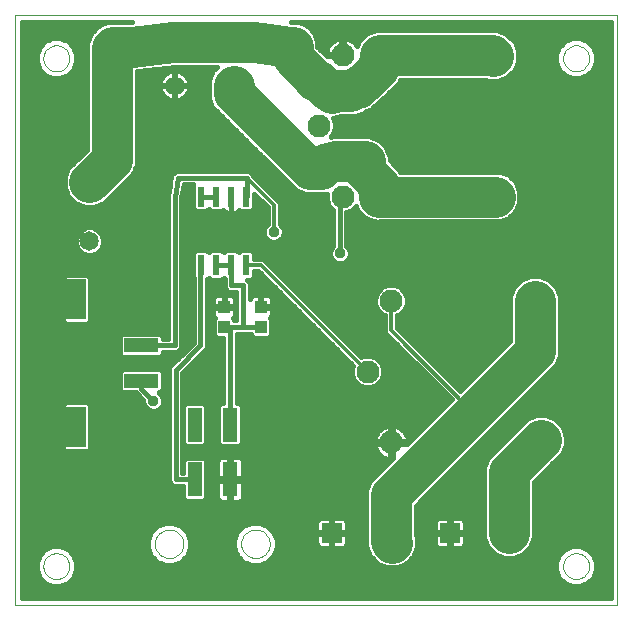
<source format=gtl>
G75*
G70*
%OFA0B0*%
%FSLAX24Y24*%
%IPPOS*%
%LPD*%
%AMOC8*
5,1,8,0,0,1.08239X$1,22.5*
%
%ADD10C,0.0000*%
%ADD11R,0.0650X0.0650*%
%ADD12C,0.0650*%
%ADD13C,0.0768*%
%ADD14R,0.0236X0.0709*%
%ADD15R,0.0500X0.1150*%
%ADD16R,0.0650X0.1350*%
%ADD17R,0.1150X0.0500*%
%ADD18R,0.0394X0.0433*%
%ADD19C,0.0160*%
%ADD20C,0.0376*%
%ADD21C,0.0120*%
%ADD22C,0.1378*%
D10*
X-009252Y-009961D02*
X010827Y-009961D01*
X010827Y009724D01*
X-009252Y009724D01*
X-009252Y-009961D01*
X-008307Y-008661D02*
X-008305Y-008620D01*
X-008299Y-008579D01*
X-008289Y-008539D01*
X-008276Y-008500D01*
X-008259Y-008463D01*
X-008238Y-008427D01*
X-008214Y-008393D01*
X-008187Y-008362D01*
X-008158Y-008334D01*
X-008125Y-008308D01*
X-008091Y-008286D01*
X-008054Y-008267D01*
X-008016Y-008252D01*
X-007976Y-008240D01*
X-007936Y-008232D01*
X-007895Y-008228D01*
X-007853Y-008228D01*
X-007812Y-008232D01*
X-007772Y-008240D01*
X-007732Y-008252D01*
X-007694Y-008267D01*
X-007658Y-008286D01*
X-007623Y-008308D01*
X-007590Y-008334D01*
X-007561Y-008362D01*
X-007534Y-008393D01*
X-007510Y-008427D01*
X-007489Y-008463D01*
X-007472Y-008500D01*
X-007459Y-008539D01*
X-007449Y-008579D01*
X-007443Y-008620D01*
X-007441Y-008661D01*
X-007443Y-008702D01*
X-007449Y-008743D01*
X-007459Y-008783D01*
X-007472Y-008822D01*
X-007489Y-008859D01*
X-007510Y-008895D01*
X-007534Y-008929D01*
X-007561Y-008960D01*
X-007590Y-008988D01*
X-007623Y-009014D01*
X-007657Y-009036D01*
X-007694Y-009055D01*
X-007732Y-009070D01*
X-007772Y-009082D01*
X-007812Y-009090D01*
X-007853Y-009094D01*
X-007895Y-009094D01*
X-007936Y-009090D01*
X-007976Y-009082D01*
X-008016Y-009070D01*
X-008054Y-009055D01*
X-008090Y-009036D01*
X-008125Y-009014D01*
X-008158Y-008988D01*
X-008187Y-008960D01*
X-008214Y-008929D01*
X-008238Y-008895D01*
X-008259Y-008859D01*
X-008276Y-008822D01*
X-008289Y-008783D01*
X-008299Y-008743D01*
X-008305Y-008702D01*
X-008307Y-008661D01*
X-004589Y-007913D02*
X-004587Y-007870D01*
X-004581Y-007827D01*
X-004571Y-007785D01*
X-004558Y-007744D01*
X-004541Y-007704D01*
X-004520Y-007666D01*
X-004496Y-007630D01*
X-004468Y-007597D01*
X-004438Y-007566D01*
X-004405Y-007538D01*
X-004370Y-007513D01*
X-004333Y-007491D01*
X-004293Y-007473D01*
X-004253Y-007459D01*
X-004211Y-007448D01*
X-004168Y-007441D01*
X-004125Y-007438D01*
X-004082Y-007439D01*
X-004039Y-007444D01*
X-003996Y-007453D01*
X-003955Y-007465D01*
X-003915Y-007482D01*
X-003877Y-007502D01*
X-003840Y-007525D01*
X-003806Y-007551D01*
X-003774Y-007581D01*
X-003746Y-007613D01*
X-003720Y-007648D01*
X-003697Y-007685D01*
X-003678Y-007724D01*
X-003663Y-007764D01*
X-003651Y-007806D01*
X-003643Y-007848D01*
X-003639Y-007891D01*
X-003639Y-007935D01*
X-003643Y-007978D01*
X-003651Y-008020D01*
X-003663Y-008062D01*
X-003678Y-008102D01*
X-003697Y-008141D01*
X-003720Y-008178D01*
X-003746Y-008213D01*
X-003774Y-008245D01*
X-003806Y-008275D01*
X-003840Y-008301D01*
X-003876Y-008324D01*
X-003915Y-008344D01*
X-003955Y-008361D01*
X-003996Y-008373D01*
X-004039Y-008382D01*
X-004082Y-008387D01*
X-004125Y-008388D01*
X-004168Y-008385D01*
X-004211Y-008378D01*
X-004253Y-008367D01*
X-004293Y-008353D01*
X-004333Y-008335D01*
X-004370Y-008313D01*
X-004405Y-008288D01*
X-004438Y-008260D01*
X-004468Y-008229D01*
X-004496Y-008196D01*
X-004520Y-008160D01*
X-004541Y-008122D01*
X-004558Y-008082D01*
X-004571Y-008041D01*
X-004581Y-007999D01*
X-004587Y-007956D01*
X-004589Y-007913D01*
X-001715Y-007913D02*
X-001713Y-007870D01*
X-001707Y-007827D01*
X-001697Y-007785D01*
X-001684Y-007744D01*
X-001667Y-007704D01*
X-001646Y-007666D01*
X-001622Y-007630D01*
X-001594Y-007597D01*
X-001564Y-007566D01*
X-001531Y-007538D01*
X-001496Y-007513D01*
X-001459Y-007491D01*
X-001419Y-007473D01*
X-001379Y-007459D01*
X-001337Y-007448D01*
X-001294Y-007441D01*
X-001251Y-007438D01*
X-001208Y-007439D01*
X-001165Y-007444D01*
X-001122Y-007453D01*
X-001081Y-007465D01*
X-001041Y-007482D01*
X-001003Y-007502D01*
X-000966Y-007525D01*
X-000932Y-007551D01*
X-000900Y-007581D01*
X-000872Y-007613D01*
X-000846Y-007648D01*
X-000823Y-007685D01*
X-000804Y-007724D01*
X-000789Y-007764D01*
X-000777Y-007806D01*
X-000769Y-007848D01*
X-000765Y-007891D01*
X-000765Y-007935D01*
X-000769Y-007978D01*
X-000777Y-008020D01*
X-000789Y-008062D01*
X-000804Y-008102D01*
X-000823Y-008141D01*
X-000846Y-008178D01*
X-000872Y-008213D01*
X-000900Y-008245D01*
X-000932Y-008275D01*
X-000966Y-008301D01*
X-001002Y-008324D01*
X-001041Y-008344D01*
X-001081Y-008361D01*
X-001122Y-008373D01*
X-001165Y-008382D01*
X-001208Y-008387D01*
X-001251Y-008388D01*
X-001294Y-008385D01*
X-001337Y-008378D01*
X-001379Y-008367D01*
X-001419Y-008353D01*
X-001459Y-008335D01*
X-001496Y-008313D01*
X-001531Y-008288D01*
X-001564Y-008260D01*
X-001594Y-008229D01*
X-001622Y-008196D01*
X-001646Y-008160D01*
X-001667Y-008122D01*
X-001684Y-008082D01*
X-001697Y-008041D01*
X-001707Y-007999D01*
X-001713Y-007956D01*
X-001715Y-007913D01*
X009016Y-008661D02*
X009018Y-008620D01*
X009024Y-008579D01*
X009034Y-008539D01*
X009047Y-008500D01*
X009064Y-008463D01*
X009085Y-008427D01*
X009109Y-008393D01*
X009136Y-008362D01*
X009165Y-008334D01*
X009198Y-008308D01*
X009232Y-008286D01*
X009269Y-008267D01*
X009307Y-008252D01*
X009347Y-008240D01*
X009387Y-008232D01*
X009428Y-008228D01*
X009470Y-008228D01*
X009511Y-008232D01*
X009551Y-008240D01*
X009591Y-008252D01*
X009629Y-008267D01*
X009665Y-008286D01*
X009700Y-008308D01*
X009733Y-008334D01*
X009762Y-008362D01*
X009789Y-008393D01*
X009813Y-008427D01*
X009834Y-008463D01*
X009851Y-008500D01*
X009864Y-008539D01*
X009874Y-008579D01*
X009880Y-008620D01*
X009882Y-008661D01*
X009880Y-008702D01*
X009874Y-008743D01*
X009864Y-008783D01*
X009851Y-008822D01*
X009834Y-008859D01*
X009813Y-008895D01*
X009789Y-008929D01*
X009762Y-008960D01*
X009733Y-008988D01*
X009700Y-009014D01*
X009666Y-009036D01*
X009629Y-009055D01*
X009591Y-009070D01*
X009551Y-009082D01*
X009511Y-009090D01*
X009470Y-009094D01*
X009428Y-009094D01*
X009387Y-009090D01*
X009347Y-009082D01*
X009307Y-009070D01*
X009269Y-009055D01*
X009233Y-009036D01*
X009198Y-009014D01*
X009165Y-008988D01*
X009136Y-008960D01*
X009109Y-008929D01*
X009085Y-008895D01*
X009064Y-008859D01*
X009047Y-008822D01*
X009034Y-008783D01*
X009024Y-008743D01*
X009018Y-008702D01*
X009016Y-008661D01*
X009016Y008268D02*
X009018Y008309D01*
X009024Y008350D01*
X009034Y008390D01*
X009047Y008429D01*
X009064Y008466D01*
X009085Y008502D01*
X009109Y008536D01*
X009136Y008567D01*
X009165Y008595D01*
X009198Y008621D01*
X009232Y008643D01*
X009269Y008662D01*
X009307Y008677D01*
X009347Y008689D01*
X009387Y008697D01*
X009428Y008701D01*
X009470Y008701D01*
X009511Y008697D01*
X009551Y008689D01*
X009591Y008677D01*
X009629Y008662D01*
X009665Y008643D01*
X009700Y008621D01*
X009733Y008595D01*
X009762Y008567D01*
X009789Y008536D01*
X009813Y008502D01*
X009834Y008466D01*
X009851Y008429D01*
X009864Y008390D01*
X009874Y008350D01*
X009880Y008309D01*
X009882Y008268D01*
X009880Y008227D01*
X009874Y008186D01*
X009864Y008146D01*
X009851Y008107D01*
X009834Y008070D01*
X009813Y008034D01*
X009789Y008000D01*
X009762Y007969D01*
X009733Y007941D01*
X009700Y007915D01*
X009666Y007893D01*
X009629Y007874D01*
X009591Y007859D01*
X009551Y007847D01*
X009511Y007839D01*
X009470Y007835D01*
X009428Y007835D01*
X009387Y007839D01*
X009347Y007847D01*
X009307Y007859D01*
X009269Y007874D01*
X009233Y007893D01*
X009198Y007915D01*
X009165Y007941D01*
X009136Y007969D01*
X009109Y008000D01*
X009085Y008034D01*
X009064Y008070D01*
X009047Y008107D01*
X009034Y008146D01*
X009024Y008186D01*
X009018Y008227D01*
X009016Y008268D01*
X-008307Y008268D02*
X-008305Y008309D01*
X-008299Y008350D01*
X-008289Y008390D01*
X-008276Y008429D01*
X-008259Y008466D01*
X-008238Y008502D01*
X-008214Y008536D01*
X-008187Y008567D01*
X-008158Y008595D01*
X-008125Y008621D01*
X-008091Y008643D01*
X-008054Y008662D01*
X-008016Y008677D01*
X-007976Y008689D01*
X-007936Y008697D01*
X-007895Y008701D01*
X-007853Y008701D01*
X-007812Y008697D01*
X-007772Y008689D01*
X-007732Y008677D01*
X-007694Y008662D01*
X-007658Y008643D01*
X-007623Y008621D01*
X-007590Y008595D01*
X-007561Y008567D01*
X-007534Y008536D01*
X-007510Y008502D01*
X-007489Y008466D01*
X-007472Y008429D01*
X-007459Y008390D01*
X-007449Y008350D01*
X-007443Y008309D01*
X-007441Y008268D01*
X-007443Y008227D01*
X-007449Y008186D01*
X-007459Y008146D01*
X-007472Y008107D01*
X-007489Y008070D01*
X-007510Y008034D01*
X-007534Y008000D01*
X-007561Y007969D01*
X-007590Y007941D01*
X-007623Y007915D01*
X-007657Y007893D01*
X-007694Y007874D01*
X-007732Y007859D01*
X-007772Y007847D01*
X-007812Y007839D01*
X-007853Y007835D01*
X-007895Y007835D01*
X-007936Y007839D01*
X-007976Y007847D01*
X-008016Y007859D01*
X-008054Y007874D01*
X-008090Y007893D01*
X-008125Y007915D01*
X-008158Y007941D01*
X-008187Y007969D01*
X-008214Y008000D01*
X-008238Y008034D01*
X-008259Y008070D01*
X-008276Y008107D01*
X-008289Y008146D01*
X-008299Y008186D01*
X-008305Y008227D01*
X-008307Y008268D01*
D11*
X-006772Y004134D03*
X-001969Y007362D03*
X001299Y-007559D03*
X005236Y-007559D03*
D12*
X003268Y-007559D03*
X007205Y-007559D03*
X-006772Y002165D03*
X-003937Y007362D03*
D13*
X000882Y006016D03*
X001669Y008378D03*
X006472Y008378D03*
X006472Y003654D03*
X008087Y000189D03*
X003283Y000189D03*
X002496Y-002173D03*
X003283Y-004535D03*
X008087Y-004535D03*
X001669Y003654D03*
D14*
X-001547Y003661D03*
X-002047Y003661D03*
X-002547Y003661D03*
X-003047Y003661D03*
X-003047Y001378D03*
X-002547Y001378D03*
X-002047Y001378D03*
X-001547Y001378D03*
D15*
X-002087Y-003937D03*
X-003268Y-003937D03*
X-003268Y-005760D03*
X-002087Y-005760D03*
D16*
X-007205Y-004010D03*
X-007205Y000230D03*
D17*
X-005050Y-001299D03*
X-005050Y-002480D03*
D18*
X-002283Y-000689D03*
X-002283Y-000020D03*
X-001063Y-000020D03*
X-001063Y-000689D03*
D19*
X-000686Y000000D02*
X000040Y000000D01*
X-000119Y000159D02*
X-000686Y000159D01*
X-000686Y000221D02*
X-000698Y000266D01*
X-000722Y000307D01*
X-000756Y000341D01*
X-000797Y000365D01*
X-000842Y000377D01*
X-001044Y000377D01*
X-001044Y-000001D01*
X-000686Y-000001D01*
X-000686Y000221D01*
X-000732Y000317D02*
X-000277Y000317D01*
X-000436Y000476D02*
X-001434Y000476D01*
X-001370Y000341D02*
X-001404Y000307D01*
X-001428Y000266D01*
X-001434Y000244D01*
X-001434Y000800D01*
X-001517Y000884D01*
X-001371Y000884D01*
X-001289Y000966D01*
X-001289Y001178D01*
X-001138Y001178D01*
X002012Y-001972D01*
X001972Y-002069D01*
X001972Y-002277D01*
X002052Y-002470D01*
X002199Y-002617D01*
X002392Y-002697D01*
X002600Y-002697D01*
X002793Y-002617D01*
X002940Y-002470D01*
X003020Y-002277D01*
X003020Y-002069D01*
X002940Y-001876D01*
X002793Y-001729D01*
X002600Y-001649D01*
X002392Y-001649D01*
X002295Y-001689D01*
X-000972Y001578D01*
X-001138Y001578D01*
X-001289Y001578D01*
X-001289Y001790D01*
X-001371Y001872D01*
X-001723Y001872D01*
X-001797Y001798D01*
X-001871Y001872D01*
X-002223Y001872D01*
X-002297Y001798D01*
X-002371Y001872D01*
X-002723Y001872D01*
X-002797Y001798D01*
X-002871Y001872D01*
X-003223Y001872D01*
X-003305Y001790D01*
X-003305Y000966D01*
X-003291Y000951D01*
X-003291Y-001208D01*
X-004118Y-002035D01*
X-004118Y-002217D01*
X-004118Y-005851D01*
X-003989Y-005980D01*
X-003806Y-005980D01*
X-003658Y-005980D01*
X-003658Y-006393D01*
X-003576Y-006475D01*
X-002960Y-006475D01*
X-002878Y-006393D01*
X-002878Y-005127D01*
X-002960Y-005045D01*
X-003576Y-005045D01*
X-003658Y-005127D01*
X-003658Y-005540D01*
X-003678Y-005540D01*
X-003678Y-002217D01*
X-002980Y-001519D01*
X-002851Y-001390D01*
X-002851Y000904D01*
X-002797Y000958D01*
X-002723Y000884D01*
X-002371Y000884D01*
X-002297Y000958D01*
X-002267Y000927D01*
X-002267Y000800D01*
X-002267Y000618D01*
X-002138Y000489D01*
X-001874Y000489D01*
X-001874Y-000469D01*
X-001947Y-000469D01*
X-001947Y-000414D01*
X-001979Y-000382D01*
X-001976Y-000380D01*
X-001943Y-000347D01*
X-001919Y-000306D01*
X-001907Y-000260D01*
X-001907Y-000038D01*
X-002265Y-000038D01*
X-002265Y-000001D01*
X-002302Y-000001D01*
X-002302Y000377D01*
X-002504Y000377D01*
X-002550Y000365D01*
X-002591Y000341D01*
X-002624Y000307D01*
X-002648Y000266D01*
X-002660Y000221D01*
X-002660Y-000001D01*
X-002302Y-000001D01*
X-002302Y-000038D01*
X-002660Y-000038D01*
X-002660Y-000260D01*
X-002648Y-000306D01*
X-002624Y-000347D01*
X-002591Y-000380D01*
X-002588Y-000382D01*
X-002620Y-000414D01*
X-002620Y-000964D01*
X-002538Y-001045D01*
X-002307Y-001045D01*
X-002307Y-003222D01*
X-002395Y-003222D01*
X-002477Y-003304D01*
X-002477Y-004570D01*
X-002395Y-004652D01*
X-001779Y-004652D01*
X-001697Y-004570D01*
X-001697Y-003304D01*
X-001779Y-003222D01*
X-001867Y-003222D01*
X-001867Y-000909D01*
X-001745Y-000909D01*
X-001562Y-000909D01*
X-001400Y-000909D01*
X-001400Y-000964D01*
X-001318Y-001045D01*
X-000808Y-001045D01*
X-000726Y-000964D01*
X-000726Y-000414D01*
X-000759Y-000382D01*
X-000756Y-000380D01*
X-000722Y-000347D01*
X-000698Y-000306D01*
X-000686Y-000260D01*
X-000686Y-000038D01*
X-001044Y-000038D01*
X-001044Y-000001D01*
X-001081Y-000001D01*
X-001081Y000377D01*
X-001284Y000377D01*
X-001329Y000365D01*
X-001370Y000341D01*
X-001394Y000317D02*
X-001434Y000317D01*
X-001434Y000634D02*
X-000594Y000634D01*
X-000753Y000793D02*
X-001434Y000793D01*
X-001303Y000951D02*
X-000911Y000951D01*
X-001070Y001110D02*
X-001289Y001110D01*
X-001289Y001585D02*
X001297Y001585D01*
X001297Y001586D02*
X001389Y001494D01*
X001509Y001444D01*
X001640Y001444D01*
X001761Y001494D01*
X001853Y001586D01*
X001903Y001706D01*
X001903Y001837D01*
X001853Y001957D01*
X001795Y002016D01*
X001795Y003139D01*
X001966Y003209D01*
X002101Y003344D01*
X002128Y003297D01*
X002171Y003192D01*
X002209Y003154D01*
X002235Y003108D01*
X002324Y003039D01*
X002404Y002959D01*
X002453Y002938D01*
X002495Y002906D01*
X002604Y002876D01*
X002709Y002832D01*
X002762Y002832D01*
X002813Y002818D01*
X002926Y002832D01*
X003575Y002832D01*
X004796Y002832D01*
X006897Y002832D01*
X007202Y002959D01*
X007435Y003192D01*
X007561Y003496D01*
X007561Y003826D01*
X007435Y004131D01*
X007202Y004364D01*
X006897Y004490D01*
X004796Y004490D01*
X003594Y004490D01*
X003588Y004497D01*
X003577Y004525D01*
X003481Y004621D01*
X003392Y004723D01*
X003365Y004736D01*
X003231Y004871D01*
X003231Y004872D01*
X003231Y005007D01*
X003219Y005035D01*
X003217Y005066D01*
X003156Y005187D01*
X003104Y005312D01*
X003083Y005334D01*
X003069Y005361D01*
X002967Y005449D01*
X002871Y005545D01*
X002843Y005557D01*
X002820Y005577D01*
X002692Y005620D01*
X002566Y005671D01*
X002536Y005671D01*
X002507Y005681D01*
X002372Y005671D01*
X001518Y005671D01*
X001416Y005687D01*
X001355Y005671D01*
X001292Y005671D01*
X001269Y005662D01*
X001326Y005719D01*
X001406Y005911D01*
X001406Y006120D01*
X001339Y006282D01*
X001340Y006282D01*
X001481Y006317D01*
X001579Y006336D01*
X001725Y006336D01*
X001764Y006336D01*
X002094Y006336D01*
X002399Y006463D01*
X002433Y006497D01*
X002635Y006581D01*
X002725Y006671D01*
X002792Y006699D01*
X003304Y007211D01*
X003537Y007444D01*
X003584Y007557D01*
X003811Y007557D01*
X004756Y007557D01*
X006433Y007557D01*
X006528Y007517D01*
X006858Y007517D01*
X007162Y007644D01*
X007396Y007877D01*
X007522Y008182D01*
X007522Y008511D01*
X007396Y008816D01*
X007123Y009089D01*
X006818Y009215D01*
X006489Y009215D01*
X004756Y009215D01*
X003811Y009215D01*
X002748Y009215D01*
X002444Y009089D01*
X002211Y008855D01*
X002141Y008688D01*
X002099Y008745D01*
X002037Y008808D01*
X001965Y008860D01*
X001886Y008900D01*
X001801Y008928D01*
X001717Y008941D01*
X001717Y008426D01*
X001621Y008426D01*
X001621Y008330D01*
X001149Y008330D01*
X000863Y008616D01*
X000829Y008650D01*
X000829Y008826D01*
X000703Y009131D01*
X000470Y009364D01*
X000165Y009490D01*
X-000025Y009490D01*
X-000057Y009494D01*
X010597Y009494D01*
X010597Y-009731D01*
X-009022Y-009731D01*
X-009022Y009494D01*
X-005366Y009494D01*
X-005401Y009490D01*
X-006149Y009490D01*
X-006454Y009364D01*
X-006687Y009131D01*
X-006726Y009092D01*
X-006853Y008787D01*
X-006853Y008457D01*
X-006853Y008142D01*
X-006853Y006961D01*
X-006853Y005225D01*
X-007474Y004603D01*
X-007601Y004299D01*
X-007601Y003969D01*
X-007474Y003664D01*
X-007241Y003431D01*
X-006937Y003305D01*
X-006607Y003305D01*
X-006302Y003431D01*
X-005554Y004179D01*
X-005321Y004412D01*
X-005195Y004717D01*
X-005195Y004914D01*
X-005195Y006961D01*
X-005195Y007832D01*
X-005189Y007832D01*
X-005145Y007851D01*
X-003929Y007990D01*
X-002763Y007990D01*
X-002513Y007990D01*
X-002671Y007832D01*
X-002797Y007527D01*
X-002797Y007291D01*
X-002797Y006961D01*
X-002671Y006656D01*
X-001611Y005596D01*
X-000388Y004373D01*
X-000112Y004097D01*
X000121Y003864D01*
X000426Y003738D01*
X000780Y003738D01*
X001110Y003738D01*
X001145Y003753D01*
X001145Y003549D01*
X001225Y003357D01*
X001355Y003227D01*
X001355Y002016D01*
X001297Y001957D01*
X001247Y001837D01*
X001247Y001706D01*
X001297Y001586D01*
X001247Y001744D02*
X-001289Y001744D01*
X-000821Y001427D02*
X010597Y001427D01*
X010597Y001585D02*
X001853Y001585D01*
X001903Y001744D02*
X010597Y001744D01*
X010597Y001903D02*
X001876Y001903D01*
X001795Y002061D02*
X010597Y002061D01*
X010597Y002220D02*
X001795Y002220D01*
X001795Y002378D02*
X010597Y002378D01*
X010597Y002537D02*
X001795Y002537D01*
X001795Y002695D02*
X010597Y002695D01*
X010597Y002854D02*
X006949Y002854D01*
X007256Y003012D02*
X010597Y003012D01*
X010597Y003171D02*
X007414Y003171D01*
X007492Y003329D02*
X010597Y003329D01*
X010597Y003488D02*
X007558Y003488D01*
X007561Y003646D02*
X010597Y003646D01*
X010597Y003805D02*
X007561Y003805D01*
X007504Y003964D02*
X010597Y003964D01*
X010597Y004122D02*
X007439Y004122D01*
X007285Y004281D02*
X010597Y004281D01*
X010597Y004439D02*
X007021Y004439D01*
X005000Y003622D02*
X004961Y003661D01*
X005000Y003622D02*
X005000Y003583D01*
X003740Y003661D02*
X003701Y003622D01*
X003701Y003583D01*
X002658Y002854D02*
X001795Y002854D01*
X001795Y003012D02*
X002351Y003012D01*
X002192Y003171D02*
X001873Y003171D01*
X002086Y003329D02*
X002109Y003329D01*
X001669Y003654D02*
X001575Y003559D01*
X001575Y001772D01*
X001274Y001903D02*
X-003717Y001903D01*
X-003717Y002061D02*
X001355Y002061D01*
X001355Y002220D02*
X-000427Y002220D01*
X-000444Y002202D02*
X-000352Y002294D01*
X-000302Y002415D01*
X-000302Y002546D01*
X-000352Y002666D01*
X-000430Y002744D01*
X-000430Y003469D01*
X-000547Y003586D01*
X-001315Y004354D01*
X-001315Y004382D01*
X-001444Y004511D01*
X-001627Y004511D01*
X-003798Y004511D01*
X-003868Y004524D01*
X-003887Y004511D01*
X-003910Y004511D01*
X-003960Y004461D01*
X-004018Y004421D01*
X-004023Y004399D01*
X-004039Y004382D01*
X-004039Y004312D01*
X-004141Y003769D01*
X-004157Y003753D01*
X-004157Y003682D01*
X-004170Y003612D01*
X-004157Y003593D01*
X-004157Y-001079D01*
X-004335Y-001079D01*
X-004335Y-000991D01*
X-004417Y-000909D01*
X-005683Y-000909D01*
X-005765Y-000991D01*
X-005765Y-001607D01*
X-005683Y-001689D01*
X-004417Y-001689D01*
X-004335Y-001607D01*
X-004335Y-001519D01*
X-004028Y-001519D01*
X-003846Y-001519D01*
X-003717Y-001390D01*
X-003717Y003641D01*
X-003636Y004071D01*
X-003305Y004071D01*
X-003305Y003249D01*
X-003223Y003167D01*
X-002871Y003167D01*
X-002797Y003241D01*
X-002723Y003167D01*
X-002371Y003167D01*
X-002321Y003217D01*
X-002309Y003197D01*
X-002276Y003163D01*
X-002235Y003139D01*
X-002189Y003127D01*
X-002047Y003127D01*
X-001905Y003127D01*
X-001860Y003139D01*
X-001819Y003163D01*
X-001785Y003197D01*
X-001773Y003217D01*
X-001723Y003167D01*
X-001371Y003167D01*
X-001289Y003249D01*
X-001289Y003762D01*
X-000830Y003303D01*
X-000830Y002744D01*
X-000908Y002666D01*
X-000958Y002546D01*
X-000958Y002415D01*
X-000908Y002294D01*
X-000816Y002202D01*
X-000695Y002152D01*
X-000565Y002152D01*
X-000444Y002202D01*
X-000317Y002378D02*
X001355Y002378D01*
X001355Y002537D02*
X-000302Y002537D01*
X-000381Y002695D02*
X001355Y002695D01*
X001355Y002854D02*
X-000430Y002854D01*
X-000430Y003012D02*
X001355Y003012D01*
X001355Y003171D02*
X-000430Y003171D01*
X-000430Y003329D02*
X001253Y003329D01*
X001171Y003488D02*
X-000449Y003488D01*
X-000608Y003646D02*
X001145Y003646D01*
X000264Y003805D02*
X-000766Y003805D01*
X-000925Y003964D02*
X000021Y003964D01*
X-000137Y004122D02*
X-001083Y004122D01*
X-001242Y004281D02*
X-000296Y004281D01*
X-000454Y004439D02*
X-001372Y004439D01*
X-001535Y004291D02*
X-001535Y003673D01*
X-001547Y003661D01*
X-001289Y003646D02*
X-001173Y003646D01*
X-001289Y003488D02*
X-001015Y003488D01*
X-000856Y003329D02*
X-001289Y003329D01*
X-001367Y003171D02*
X-000830Y003171D01*
X-000830Y003012D02*
X-003717Y003012D01*
X-003717Y002854D02*
X-000830Y002854D01*
X-000879Y002695D02*
X-003717Y002695D01*
X-003717Y002537D02*
X-000958Y002537D01*
X-000943Y002378D02*
X-003717Y002378D01*
X-003717Y002220D02*
X-000833Y002220D01*
X-000663Y001268D02*
X010597Y001268D01*
X010597Y001110D02*
X-000504Y001110D01*
X-000346Y000951D02*
X007761Y000951D01*
X007617Y000892D02*
X007384Y000659D01*
X007258Y000354D01*
X007258Y-001137D01*
X007073Y-001322D01*
X005655Y-002739D01*
X005579Y-002816D01*
X003483Y-000720D01*
X003483Y-000295D01*
X003580Y-000255D01*
X003728Y-000108D01*
X003807Y000085D01*
X003807Y000293D01*
X003728Y000486D01*
X003580Y000633D01*
X003388Y000713D01*
X003179Y000713D01*
X002987Y000633D01*
X002839Y000486D01*
X002760Y000293D01*
X002760Y000085D01*
X002839Y-000108D01*
X002987Y-000255D01*
X003083Y-000295D01*
X003083Y-000720D01*
X003083Y-000886D01*
X005296Y-003099D01*
X005042Y-003352D01*
X003999Y-004396D01*
X003811Y-004583D01*
X003332Y-004583D01*
X003332Y-004487D01*
X003847Y-004487D01*
X003833Y-004403D01*
X003806Y-004319D01*
X003766Y-004240D01*
X003714Y-004168D01*
X003651Y-004105D01*
X003579Y-004053D01*
X003500Y-004013D01*
X003416Y-003985D01*
X003331Y-003972D01*
X003331Y-004487D01*
X003235Y-004487D01*
X003235Y-004583D01*
X002720Y-004583D01*
X002734Y-004667D01*
X002761Y-004752D01*
X002801Y-004831D01*
X002853Y-004903D01*
X002916Y-004965D01*
X002988Y-005018D01*
X003067Y-005058D01*
X003151Y-005085D01*
X003235Y-005099D01*
X003235Y-004584D01*
X003331Y-004584D01*
X003331Y-005063D01*
X003271Y-005124D01*
X002798Y-005596D01*
X002565Y-005830D01*
X002439Y-006134D01*
X002439Y-006292D01*
X002439Y-007670D01*
X002439Y-008000D01*
X002565Y-008304D01*
X002837Y-008577D01*
X003142Y-008703D01*
X003472Y-008703D01*
X003777Y-008577D01*
X004010Y-008344D01*
X004136Y-008039D01*
X004136Y-007709D01*
X004097Y-007614D01*
X004097Y-006643D01*
X004443Y-006296D01*
X005171Y-005568D01*
X006215Y-004525D01*
X006726Y-004013D01*
X006828Y-003911D01*
X008245Y-002494D01*
X008789Y-001950D01*
X008916Y-001645D01*
X008916Y-001315D01*
X008916Y-001149D01*
X008916Y000354D01*
X008789Y000659D01*
X008556Y000892D01*
X008251Y001018D01*
X007922Y001018D01*
X007617Y000892D01*
X007518Y000793D02*
X-000187Y000793D01*
X-000029Y000634D02*
X002989Y000634D01*
X002835Y000476D02*
X000130Y000476D01*
X000289Y000317D02*
X002770Y000317D01*
X002760Y000159D02*
X000447Y000159D01*
X000606Y000000D02*
X002795Y000000D01*
X002890Y-000159D02*
X000764Y-000159D01*
X000923Y-000317D02*
X003083Y-000317D01*
X003083Y-000476D02*
X001081Y-000476D01*
X001240Y-000634D02*
X003083Y-000634D01*
X003083Y-000793D02*
X001398Y-000793D01*
X001557Y-000951D02*
X003149Y-000951D01*
X003307Y-001110D02*
X001715Y-001110D01*
X001874Y-001268D02*
X003466Y-001268D01*
X003624Y-001427D02*
X002033Y-001427D01*
X002191Y-001585D02*
X003783Y-001585D01*
X003941Y-001744D02*
X002808Y-001744D01*
X002951Y-001903D02*
X004100Y-001903D01*
X004259Y-002061D02*
X003017Y-002061D01*
X003020Y-002220D02*
X004417Y-002220D01*
X004576Y-002378D02*
X002978Y-002378D01*
X002873Y-002537D02*
X004734Y-002537D01*
X004893Y-002695D02*
X002605Y-002695D01*
X002387Y-002695D02*
X-001867Y-002695D01*
X-001867Y-002537D02*
X002119Y-002537D01*
X002014Y-002378D02*
X-001867Y-002378D01*
X-001867Y-002220D02*
X001972Y-002220D01*
X001976Y-002061D02*
X-001867Y-002061D01*
X-001867Y-001903D02*
X001943Y-001903D01*
X001784Y-001744D02*
X-001867Y-001744D01*
X-001867Y-001585D02*
X001625Y-001585D01*
X001467Y-001427D02*
X-001867Y-001427D01*
X-001867Y-001268D02*
X001308Y-001268D01*
X001150Y-001110D02*
X-001867Y-001110D01*
X-001867Y-000951D02*
X-001400Y-000951D01*
X-001654Y-000689D02*
X-001654Y000709D01*
X-002047Y000709D01*
X-002047Y001378D01*
X-002547Y001378D01*
X-002303Y000951D02*
X-002291Y000951D01*
X-002267Y000793D02*
X-002851Y000793D01*
X-002851Y000634D02*
X-002267Y000634D01*
X-002265Y000377D02*
X-002265Y-000001D01*
X-001907Y-000001D01*
X-001907Y000221D01*
X-001919Y000266D01*
X-001943Y000307D01*
X-001976Y000341D01*
X-002017Y000365D01*
X-002063Y000377D01*
X-002265Y000377D01*
X-002265Y000317D02*
X-002302Y000317D01*
X-002302Y000159D02*
X-002265Y000159D01*
X-002265Y000000D02*
X-002302Y000000D01*
X-002660Y000000D02*
X-002851Y000000D01*
X-002851Y-000159D02*
X-002660Y-000159D01*
X-002641Y-000317D02*
X-002851Y-000317D01*
X-002851Y-000476D02*
X-002620Y-000476D01*
X-002620Y-000634D02*
X-002851Y-000634D01*
X-002851Y-000793D02*
X-002620Y-000793D01*
X-002620Y-000951D02*
X-002851Y-000951D01*
X-002851Y-001110D02*
X-002307Y-001110D01*
X-002307Y-001268D02*
X-002851Y-001268D01*
X-002887Y-001427D02*
X-002307Y-001427D01*
X-002307Y-001585D02*
X-003046Y-001585D01*
X-003205Y-001744D02*
X-002307Y-001744D01*
X-002307Y-001903D02*
X-003363Y-001903D01*
X-003522Y-002061D02*
X-002307Y-002061D01*
X-002307Y-002220D02*
X-003678Y-002220D01*
X-003678Y-002378D02*
X-002307Y-002378D01*
X-002307Y-002537D02*
X-003678Y-002537D01*
X-003678Y-002695D02*
X-002307Y-002695D01*
X-002307Y-002854D02*
X-003678Y-002854D01*
X-003678Y-003012D02*
X-002307Y-003012D01*
X-002307Y-003171D02*
X-003678Y-003171D01*
X-003576Y-003222D02*
X-003658Y-003304D01*
X-003658Y-004570D01*
X-003576Y-004652D01*
X-002960Y-004652D01*
X-002878Y-004570D01*
X-002878Y-003304D01*
X-002960Y-003222D01*
X-003576Y-003222D01*
X-003658Y-003329D02*
X-003678Y-003329D01*
X-003678Y-003488D02*
X-003658Y-003488D01*
X-003658Y-003646D02*
X-003678Y-003646D01*
X-003678Y-003805D02*
X-003658Y-003805D01*
X-003658Y-003964D02*
X-003678Y-003964D01*
X-003678Y-004122D02*
X-003658Y-004122D01*
X-003658Y-004281D02*
X-003678Y-004281D01*
X-003678Y-004439D02*
X-003658Y-004439D01*
X-003678Y-004598D02*
X-003630Y-004598D01*
X-003678Y-004756D02*
X002763Y-004756D01*
X002722Y-004598D02*
X-001724Y-004598D01*
X-001697Y-004439D02*
X002728Y-004439D01*
X002734Y-004403D02*
X002720Y-004487D01*
X003235Y-004487D01*
X003235Y-003972D01*
X003151Y-003985D01*
X003067Y-004013D01*
X002988Y-004053D01*
X002916Y-004105D01*
X002853Y-004168D01*
X002801Y-004240D01*
X002761Y-004319D01*
X002734Y-004403D01*
X002780Y-004281D02*
X-001697Y-004281D01*
X-001697Y-004122D02*
X002899Y-004122D01*
X003235Y-004122D02*
X003331Y-004122D01*
X003331Y-004281D02*
X003235Y-004281D01*
X003235Y-004439D02*
X003331Y-004439D01*
X003331Y-004598D02*
X003235Y-004598D01*
X003235Y-004756D02*
X003331Y-004756D01*
X003331Y-004915D02*
X003235Y-004915D01*
X003235Y-005073D02*
X003321Y-005073D01*
X003114Y-005073D02*
X-001693Y-005073D01*
X-001693Y-005074D02*
X-001726Y-005041D01*
X-001767Y-005017D01*
X-001813Y-005005D01*
X-002042Y-005005D01*
X-002042Y-005715D01*
X-002132Y-005715D01*
X-002132Y-005805D01*
X-002517Y-005805D01*
X-002517Y-006359D01*
X-002504Y-006404D01*
X-002481Y-006445D01*
X-002447Y-006479D01*
X-002406Y-006503D01*
X-002360Y-006515D01*
X-002132Y-006515D01*
X-002132Y-005805D01*
X-002042Y-005805D01*
X-002042Y-006515D01*
X-001813Y-006515D01*
X-001767Y-006503D01*
X-001726Y-006479D01*
X-001693Y-006445D01*
X-001669Y-006404D01*
X-001657Y-006359D01*
X-001657Y-005805D01*
X-002041Y-005805D01*
X-002041Y-005715D01*
X-001657Y-005715D01*
X-001657Y-005161D01*
X-001669Y-005115D01*
X-001693Y-005074D01*
X-001657Y-005232D02*
X003163Y-005232D01*
X003004Y-005390D02*
X-001657Y-005390D01*
X-001657Y-005549D02*
X002846Y-005549D01*
X002687Y-005708D02*
X-001657Y-005708D01*
X-001657Y-005866D02*
X002550Y-005866D01*
X002484Y-006025D02*
X-001657Y-006025D01*
X-001657Y-006183D02*
X002439Y-006183D01*
X002439Y-006342D02*
X-001657Y-006342D01*
X-001763Y-006500D02*
X002439Y-006500D01*
X002439Y-006659D02*
X-009022Y-006659D01*
X-009022Y-006817D02*
X002439Y-006817D01*
X002439Y-006976D02*
X-009022Y-006976D01*
X-009022Y-007134D02*
X000824Y-007134D01*
X000830Y-007124D02*
X000807Y-007165D01*
X000794Y-007211D01*
X000794Y-007531D01*
X001271Y-007531D01*
X001271Y-007587D01*
X000794Y-007587D01*
X000794Y-007908D01*
X000807Y-007953D01*
X000830Y-007994D01*
X000864Y-008028D01*
X000905Y-008052D01*
X000951Y-008064D01*
X001271Y-008064D01*
X001271Y-007588D01*
X001327Y-007588D01*
X001327Y-008064D01*
X001648Y-008064D01*
X001693Y-008052D01*
X001735Y-008028D01*
X001768Y-007994D01*
X001792Y-007953D01*
X001804Y-007908D01*
X001804Y-007587D01*
X001328Y-007587D01*
X001328Y-007531D01*
X001804Y-007531D01*
X001804Y-007211D01*
X001792Y-007165D01*
X001768Y-007124D01*
X001735Y-007090D01*
X001693Y-007067D01*
X001648Y-007054D01*
X001327Y-007054D01*
X001327Y-007531D01*
X001271Y-007531D01*
X001271Y-007054D01*
X000951Y-007054D01*
X000905Y-007067D01*
X000864Y-007090D01*
X000830Y-007124D01*
X000794Y-007293D02*
X-000896Y-007293D01*
X-000841Y-007316D02*
X-001100Y-007208D01*
X-001380Y-007208D01*
X-001639Y-007316D01*
X-001838Y-007514D01*
X-001945Y-007773D01*
X-001945Y-008054D01*
X-001838Y-008313D01*
X-001639Y-008511D01*
X-001380Y-008618D01*
X-001100Y-008618D01*
X-000841Y-008511D01*
X-000642Y-008313D01*
X-000535Y-008054D01*
X-000535Y-007773D01*
X-000642Y-007514D01*
X-000841Y-007316D01*
X-000705Y-007452D02*
X000794Y-007452D01*
X000794Y-007610D02*
X-000603Y-007610D01*
X-000537Y-007769D02*
X000794Y-007769D01*
X000800Y-007927D02*
X-000535Y-007927D01*
X-000548Y-008086D02*
X002474Y-008086D01*
X002439Y-007927D02*
X001799Y-007927D01*
X001804Y-007769D02*
X002439Y-007769D01*
X002439Y-007610D02*
X001804Y-007610D01*
X001804Y-007452D02*
X002439Y-007452D01*
X002439Y-007293D02*
X001804Y-007293D01*
X001774Y-007134D02*
X002439Y-007134D01*
X001327Y-007134D02*
X001271Y-007134D01*
X001271Y-007293D02*
X001327Y-007293D01*
X001327Y-007452D02*
X001271Y-007452D01*
X001271Y-007610D02*
X001327Y-007610D01*
X001327Y-007769D02*
X001271Y-007769D01*
X001271Y-007927D02*
X001327Y-007927D01*
X002540Y-008244D02*
X-000614Y-008244D01*
X-000733Y-008403D02*
X002664Y-008403D01*
X002822Y-008561D02*
X-000962Y-008561D01*
X-001518Y-008561D02*
X-003836Y-008561D01*
X-003715Y-008511D02*
X-003516Y-008313D01*
X-003409Y-008054D01*
X-003409Y-007773D01*
X-003516Y-007514D01*
X-003715Y-007316D01*
X-003974Y-007208D01*
X-004254Y-007208D01*
X-004514Y-007316D01*
X-004712Y-007514D01*
X-004819Y-007773D01*
X-004819Y-008054D01*
X-004712Y-008313D01*
X-004514Y-008511D01*
X-004254Y-008618D01*
X-003974Y-008618D01*
X-003715Y-008511D01*
X-003607Y-008403D02*
X-001748Y-008403D01*
X-001866Y-008244D02*
X-003488Y-008244D01*
X-003422Y-008086D02*
X-001932Y-008086D01*
X-001945Y-007927D02*
X-003409Y-007927D01*
X-003411Y-007769D02*
X-001943Y-007769D01*
X-001878Y-007610D02*
X-003477Y-007610D01*
X-003579Y-007452D02*
X-001775Y-007452D01*
X-001585Y-007293D02*
X-003770Y-007293D01*
X-004459Y-007293D02*
X-009022Y-007293D01*
X-009022Y-007452D02*
X-004649Y-007452D01*
X-004752Y-007610D02*
X-009022Y-007610D01*
X-009022Y-007769D02*
X-004817Y-007769D01*
X-004819Y-007927D02*
X-009022Y-007927D01*
X-009022Y-008086D02*
X-008217Y-008086D01*
X-008250Y-008099D02*
X-008436Y-008286D01*
X-008537Y-008529D01*
X-008537Y-008793D01*
X-008436Y-009037D01*
X-008250Y-009224D01*
X-008006Y-009324D01*
X-007742Y-009324D01*
X-007498Y-009224D01*
X-007312Y-009037D01*
X008887Y-009037D01*
X009073Y-009224D01*
X009317Y-009324D01*
X009581Y-009324D01*
X009824Y-009224D01*
X010011Y-009037D01*
X010597Y-009037D01*
X010597Y-009196D02*
X009852Y-009196D01*
X010011Y-009037D02*
X010112Y-008793D01*
X010112Y-008529D01*
X010011Y-008286D01*
X009824Y-008099D01*
X009581Y-007998D01*
X009317Y-007998D01*
X009073Y-008099D01*
X008887Y-008286D01*
X008786Y-008529D01*
X008786Y-008793D01*
X008887Y-009037D01*
X008821Y-008878D02*
X-007246Y-008878D01*
X-007211Y-008793D02*
X-007312Y-009037D01*
X-007470Y-009196D02*
X009045Y-009196D01*
X008786Y-008720D02*
X-007211Y-008720D01*
X-007211Y-008793D02*
X-007211Y-008529D01*
X-007312Y-008286D01*
X-007498Y-008099D01*
X-007742Y-007998D01*
X-008006Y-007998D01*
X-008250Y-008099D01*
X-008395Y-008244D02*
X-009022Y-008244D01*
X-009022Y-008403D02*
X-008485Y-008403D01*
X-008537Y-008561D02*
X-009022Y-008561D01*
X-009022Y-008720D02*
X-008537Y-008720D01*
X-008502Y-008878D02*
X-009022Y-008878D01*
X-009022Y-009037D02*
X-008436Y-009037D01*
X-008278Y-009196D02*
X-009022Y-009196D01*
X-009022Y-009354D02*
X010597Y-009354D01*
X010597Y-009513D02*
X-009022Y-009513D01*
X-009022Y-009671D02*
X010597Y-009671D01*
X010597Y-008878D02*
X010077Y-008878D01*
X010112Y-008720D02*
X010597Y-008720D01*
X010597Y-008561D02*
X010112Y-008561D01*
X010059Y-008403D02*
X010597Y-008403D01*
X010597Y-008244D02*
X009969Y-008244D01*
X009792Y-008086D02*
X010597Y-008086D01*
X010597Y-007927D02*
X007949Y-007927D01*
X007907Y-008029D02*
X008034Y-007724D01*
X008034Y-006661D01*
X008034Y-006622D01*
X008034Y-005855D01*
X008970Y-004918D01*
X009097Y-004614D01*
X009097Y-004284D01*
X008970Y-003979D01*
X008737Y-003746D01*
X008433Y-003620D01*
X008103Y-003620D01*
X007798Y-003746D01*
X006735Y-004809D01*
X006735Y-004809D01*
X006502Y-005042D01*
X006376Y-005347D01*
X006376Y-006622D01*
X006376Y-006661D01*
X006376Y-007724D01*
X006502Y-008029D01*
X006735Y-008262D01*
X007040Y-008388D01*
X007370Y-008388D01*
X007674Y-008262D01*
X007907Y-008029D01*
X007850Y-008086D02*
X009106Y-008086D01*
X008928Y-008244D02*
X007692Y-008244D01*
X008015Y-007769D02*
X010597Y-007769D01*
X010597Y-007610D02*
X008034Y-007610D01*
X008034Y-007452D02*
X010597Y-007452D01*
X010597Y-007293D02*
X008034Y-007293D01*
X008034Y-007134D02*
X010597Y-007134D01*
X010597Y-006976D02*
X008034Y-006976D01*
X008034Y-006817D02*
X010597Y-006817D01*
X010597Y-006659D02*
X008034Y-006659D01*
X008034Y-006500D02*
X010597Y-006500D01*
X010597Y-006342D02*
X008034Y-006342D01*
X008034Y-006183D02*
X010597Y-006183D01*
X010597Y-006025D02*
X008034Y-006025D01*
X008034Y-005866D02*
X010597Y-005866D01*
X010597Y-005708D02*
X008181Y-005708D01*
X008340Y-005549D02*
X010597Y-005549D01*
X010597Y-005390D02*
X008498Y-005390D01*
X008657Y-005232D02*
X010597Y-005232D01*
X010597Y-005073D02*
X008815Y-005073D01*
X008972Y-004915D02*
X010597Y-004915D01*
X010597Y-004756D02*
X009038Y-004756D01*
X009097Y-004598D02*
X010597Y-004598D01*
X010597Y-004439D02*
X009097Y-004439D01*
X009095Y-004281D02*
X010597Y-004281D01*
X010597Y-004122D02*
X009030Y-004122D01*
X008955Y-003964D02*
X010597Y-003964D01*
X010597Y-003805D02*
X008796Y-003805D01*
X008497Y-003646D02*
X010597Y-003646D01*
X010597Y-003488D02*
X007251Y-003488D01*
X007093Y-003646D02*
X008038Y-003646D01*
X007739Y-003805D02*
X006934Y-003805D01*
X006776Y-003964D02*
X007581Y-003964D01*
X007422Y-004122D02*
X006617Y-004122D01*
X006459Y-004281D02*
X007264Y-004281D01*
X007105Y-004439D02*
X006300Y-004439D01*
X006141Y-004598D02*
X006946Y-004598D01*
X006788Y-004756D02*
X005983Y-004756D01*
X005824Y-004915D02*
X006629Y-004915D01*
X006489Y-005073D02*
X005666Y-005073D01*
X005507Y-005232D02*
X006423Y-005232D01*
X006376Y-005390D02*
X005349Y-005390D01*
X005190Y-005549D02*
X006376Y-005549D01*
X006376Y-005708D02*
X005032Y-005708D01*
X004873Y-005866D02*
X006376Y-005866D01*
X006376Y-006025D02*
X004715Y-006025D01*
X004556Y-006183D02*
X006376Y-006183D01*
X006376Y-006342D02*
X004398Y-006342D01*
X004239Y-006500D02*
X006376Y-006500D01*
X006376Y-006659D02*
X004097Y-006659D01*
X004097Y-006817D02*
X006376Y-006817D01*
X006376Y-006976D02*
X004097Y-006976D01*
X004097Y-007134D02*
X004761Y-007134D01*
X004767Y-007124D02*
X004744Y-007165D01*
X004731Y-007211D01*
X004731Y-007531D01*
X005208Y-007531D01*
X005208Y-007587D01*
X004731Y-007587D01*
X004731Y-007908D01*
X004744Y-007953D01*
X004767Y-007994D01*
X004801Y-008028D01*
X004842Y-008052D01*
X004888Y-008064D01*
X005208Y-008064D01*
X005208Y-007588D01*
X005264Y-007588D01*
X005264Y-008064D01*
X005585Y-008064D01*
X005630Y-008052D01*
X005672Y-008028D01*
X005705Y-007994D01*
X005729Y-007953D01*
X005741Y-007908D01*
X005741Y-007587D01*
X005265Y-007587D01*
X005265Y-007531D01*
X005741Y-007531D01*
X005741Y-007211D01*
X005729Y-007165D01*
X005705Y-007124D01*
X005672Y-007090D01*
X005630Y-007067D01*
X005585Y-007054D01*
X005264Y-007054D01*
X005264Y-007531D01*
X005208Y-007531D01*
X005208Y-007054D01*
X004888Y-007054D01*
X004842Y-007067D01*
X004801Y-007090D01*
X004767Y-007124D01*
X004731Y-007293D02*
X004097Y-007293D01*
X004097Y-007452D02*
X004731Y-007452D01*
X004731Y-007610D02*
X004097Y-007610D01*
X004136Y-007769D02*
X004731Y-007769D01*
X004737Y-007927D02*
X004136Y-007927D01*
X004117Y-008086D02*
X006559Y-008086D01*
X006460Y-007927D02*
X005736Y-007927D01*
X005741Y-007769D02*
X006394Y-007769D01*
X006376Y-007610D02*
X005741Y-007610D01*
X005741Y-007452D02*
X006376Y-007452D01*
X006376Y-007293D02*
X005741Y-007293D01*
X005711Y-007134D02*
X006376Y-007134D01*
X007205Y-006496D02*
X007224Y-006476D01*
X007224Y-006457D01*
X007205Y-006457D01*
X007244Y-006417D01*
X007244Y-005669D01*
X007559Y-005118D02*
X007598Y-005118D01*
X008268Y-004449D01*
X007410Y-003329D02*
X010597Y-003329D01*
X010597Y-003171D02*
X007568Y-003171D01*
X007727Y-003012D02*
X010597Y-003012D01*
X010597Y-002854D02*
X007885Y-002854D01*
X008044Y-002695D02*
X010597Y-002695D01*
X010597Y-002537D02*
X008203Y-002537D01*
X008361Y-002378D02*
X010597Y-002378D01*
X010597Y-002220D02*
X008520Y-002220D01*
X008678Y-002061D02*
X010597Y-002061D01*
X010597Y-001903D02*
X008809Y-001903D01*
X008875Y-001744D02*
X010597Y-001744D01*
X010597Y-001585D02*
X008916Y-001585D01*
X008916Y-001427D02*
X010597Y-001427D01*
X010597Y-001268D02*
X008916Y-001268D01*
X008916Y-001110D02*
X010597Y-001110D01*
X010597Y-000951D02*
X008916Y-000951D01*
X008916Y-000793D02*
X010597Y-000793D01*
X010597Y-000634D02*
X008916Y-000634D01*
X008916Y-000476D02*
X010597Y-000476D01*
X010597Y-000317D02*
X008916Y-000317D01*
X008916Y-000159D02*
X010597Y-000159D01*
X010597Y000000D02*
X008916Y000000D01*
X008916Y000159D02*
X010597Y000159D01*
X010597Y000317D02*
X008916Y000317D01*
X008865Y000476D02*
X010597Y000476D01*
X010597Y000634D02*
X008799Y000634D01*
X008655Y000793D02*
X010597Y000793D01*
X010597Y000951D02*
X008412Y000951D01*
X007374Y000634D02*
X003577Y000634D01*
X003732Y000476D02*
X007308Y000476D01*
X007258Y000317D02*
X003797Y000317D01*
X003807Y000159D02*
X007258Y000159D01*
X007258Y000000D02*
X003772Y000000D01*
X003677Y-000159D02*
X007258Y-000159D01*
X007258Y-000317D02*
X003483Y-000317D01*
X003483Y-000476D02*
X007258Y-000476D01*
X007258Y-000634D02*
X003483Y-000634D01*
X003556Y-000793D02*
X007258Y-000793D01*
X007258Y-000951D02*
X003714Y-000951D01*
X003873Y-001110D02*
X007258Y-001110D01*
X007126Y-001268D02*
X004031Y-001268D01*
X004190Y-001427D02*
X006968Y-001427D01*
X006809Y-001585D02*
X004349Y-001585D01*
X004507Y-001744D02*
X006651Y-001744D01*
X006492Y-001903D02*
X004666Y-001903D01*
X004824Y-002061D02*
X006333Y-002061D01*
X006175Y-002220D02*
X004983Y-002220D01*
X005141Y-002378D02*
X006016Y-002378D01*
X005858Y-002537D02*
X005300Y-002537D01*
X005458Y-002695D02*
X005699Y-002695D01*
X005210Y-003012D02*
X-001867Y-003012D01*
X-001867Y-002854D02*
X005051Y-002854D01*
X005224Y-003171D02*
X-001867Y-003171D01*
X-001697Y-003329D02*
X005065Y-003329D01*
X004907Y-003488D02*
X-001697Y-003488D01*
X-001697Y-003646D02*
X004748Y-003646D01*
X004589Y-003805D02*
X-001697Y-003805D01*
X-001697Y-003964D02*
X004431Y-003964D01*
X004272Y-004122D02*
X003668Y-004122D01*
X003786Y-004281D02*
X004114Y-004281D01*
X003955Y-004439D02*
X003839Y-004439D01*
X002865Y-004915D02*
X-003678Y-004915D01*
X-003678Y-005073D02*
X-003604Y-005073D01*
X-003658Y-005232D02*
X-003678Y-005232D01*
X-003678Y-005390D02*
X-003658Y-005390D01*
X-003898Y-005760D02*
X-003898Y-002126D01*
X-003071Y-001299D01*
X-003071Y001354D01*
X-003047Y001378D01*
X-003305Y001427D02*
X-003717Y001427D01*
X-003717Y001585D02*
X-003305Y001585D01*
X-003305Y001744D02*
X-003717Y001744D01*
X-004157Y001744D02*
X-006574Y001744D01*
X-006508Y001771D02*
X-006378Y001902D01*
X-006307Y002073D01*
X-006307Y002258D01*
X-006378Y002429D01*
X-006508Y002559D01*
X-006679Y002630D01*
X-006864Y002630D01*
X-007035Y002559D01*
X-007166Y002429D01*
X-007236Y002258D01*
X-007236Y002073D01*
X-007166Y001902D01*
X-007035Y001771D01*
X-006864Y001701D01*
X-006679Y001701D01*
X-006508Y001771D01*
X-006377Y001903D02*
X-004157Y001903D01*
X-004157Y002061D02*
X-006312Y002061D01*
X-006307Y002220D02*
X-004157Y002220D01*
X-004157Y002378D02*
X-006357Y002378D01*
X-006486Y002537D02*
X-004157Y002537D01*
X-004157Y002695D02*
X-009022Y002695D01*
X-009022Y002537D02*
X-007058Y002537D01*
X-007187Y002378D02*
X-009022Y002378D01*
X-009022Y002220D02*
X-007236Y002220D01*
X-007232Y002061D02*
X-009022Y002061D01*
X-009022Y001903D02*
X-007166Y001903D01*
X-006969Y001744D02*
X-009022Y001744D01*
X-009022Y001585D02*
X-004157Y001585D01*
X-004157Y001427D02*
X-009022Y001427D01*
X-009022Y001268D02*
X-004157Y001268D01*
X-004157Y001110D02*
X-009022Y001110D01*
X-009022Y000951D02*
X-007670Y000951D01*
X-007670Y000963D02*
X-007670Y-000503D01*
X-007588Y-000585D01*
X-006822Y-000585D01*
X-006740Y-000503D01*
X-006740Y000963D01*
X-006822Y001045D01*
X-007588Y001045D01*
X-007670Y000963D01*
X-007670Y000793D02*
X-009022Y000793D01*
X-009022Y000634D02*
X-007670Y000634D01*
X-007670Y000476D02*
X-009022Y000476D01*
X-009022Y000317D02*
X-007670Y000317D01*
X-007670Y000159D02*
X-009022Y000159D01*
X-009022Y000000D02*
X-007670Y000000D01*
X-007670Y-000159D02*
X-009022Y-000159D01*
X-009022Y-000317D02*
X-007670Y-000317D01*
X-007670Y-000476D02*
X-009022Y-000476D01*
X-009022Y-000634D02*
X-004157Y-000634D01*
X-004157Y-000476D02*
X-006740Y-000476D01*
X-006740Y-000317D02*
X-004157Y-000317D01*
X-004157Y-000159D02*
X-006740Y-000159D01*
X-006740Y000000D02*
X-004157Y000000D01*
X-004157Y000159D02*
X-006740Y000159D01*
X-006740Y000317D02*
X-004157Y000317D01*
X-004157Y000476D02*
X-006740Y000476D01*
X-006740Y000634D02*
X-004157Y000634D01*
X-004157Y000793D02*
X-006740Y000793D01*
X-006740Y000951D02*
X-004157Y000951D01*
X-003717Y000951D02*
X-003291Y000951D01*
X-003291Y000793D02*
X-003717Y000793D01*
X-003717Y000634D02*
X-003291Y000634D01*
X-003291Y000476D02*
X-003717Y000476D01*
X-003717Y000317D02*
X-003291Y000317D01*
X-003291Y000159D02*
X-003717Y000159D01*
X-003717Y000000D02*
X-003291Y000000D01*
X-003291Y-000159D02*
X-003717Y-000159D01*
X-003717Y-000317D02*
X-003291Y-000317D01*
X-003291Y-000476D02*
X-003717Y-000476D01*
X-003717Y-000634D02*
X-003291Y-000634D01*
X-003291Y-000793D02*
X-003717Y-000793D01*
X-003717Y-000951D02*
X-003291Y-000951D01*
X-003291Y-001110D02*
X-003717Y-001110D01*
X-003717Y-001268D02*
X-003351Y-001268D01*
X-003510Y-001427D02*
X-003754Y-001427D01*
X-003668Y-001585D02*
X-004335Y-001585D01*
X-003985Y-001903D02*
X-009022Y-001903D01*
X-009022Y-002061D02*
X-004118Y-002061D01*
X-004118Y-002220D02*
X-004335Y-002220D01*
X-004335Y-002172D02*
X-004335Y-002788D01*
X-004417Y-002870D01*
X-004463Y-002870D01*
X-004460Y-002871D01*
X-004368Y-002964D01*
X-004318Y-003084D01*
X-004318Y-003215D01*
X-004368Y-003335D01*
X-004460Y-003428D01*
X-004580Y-003478D01*
X-004711Y-003478D01*
X-004831Y-003428D01*
X-004924Y-003335D01*
X-004974Y-003215D01*
X-004974Y-003133D01*
X-005236Y-002870D01*
X-005683Y-002870D01*
X-005765Y-002788D01*
X-005765Y-002172D01*
X-005683Y-002090D01*
X-004417Y-002090D01*
X-004335Y-002172D01*
X-004335Y-002378D02*
X-004118Y-002378D01*
X-004118Y-002537D02*
X-004335Y-002537D01*
X-004335Y-002695D02*
X-004118Y-002695D01*
X-004118Y-002854D02*
X-004400Y-002854D01*
X-004347Y-003012D02*
X-004118Y-003012D01*
X-004118Y-003171D02*
X-004318Y-003171D01*
X-004365Y-003329D02*
X-004118Y-003329D01*
X-004118Y-003488D02*
X-006740Y-003488D01*
X-006740Y-003646D02*
X-004118Y-003646D01*
X-004118Y-003805D02*
X-006740Y-003805D01*
X-006740Y-003964D02*
X-004118Y-003964D01*
X-004118Y-004122D02*
X-006740Y-004122D01*
X-006740Y-004281D02*
X-004118Y-004281D01*
X-004118Y-004439D02*
X-006740Y-004439D01*
X-006740Y-004598D02*
X-004118Y-004598D01*
X-004118Y-004756D02*
X-006753Y-004756D01*
X-006740Y-004743D02*
X-006740Y-003277D01*
X-006822Y-003195D01*
X-007588Y-003195D01*
X-007670Y-003277D01*
X-007670Y-004743D01*
X-007588Y-004825D01*
X-006822Y-004825D01*
X-006740Y-004743D01*
X-007656Y-004756D02*
X-009022Y-004756D01*
X-009022Y-004598D02*
X-007670Y-004598D01*
X-007670Y-004439D02*
X-009022Y-004439D01*
X-009022Y-004281D02*
X-007670Y-004281D01*
X-007670Y-004122D02*
X-009022Y-004122D01*
X-009022Y-003964D02*
X-007670Y-003964D01*
X-007670Y-003805D02*
X-009022Y-003805D01*
X-009022Y-003646D02*
X-007670Y-003646D01*
X-007670Y-003488D02*
X-009022Y-003488D01*
X-009022Y-003329D02*
X-007670Y-003329D01*
X-006740Y-003329D02*
X-004926Y-003329D01*
X-004974Y-003171D02*
X-009022Y-003171D01*
X-009022Y-003012D02*
X-005094Y-003012D01*
X-005050Y-002746D02*
X-004646Y-003150D01*
X-005050Y-002746D02*
X-005050Y-002480D01*
X-005699Y-002854D02*
X-009022Y-002854D01*
X-009022Y-002695D02*
X-005765Y-002695D01*
X-005765Y-002537D02*
X-009022Y-002537D01*
X-009022Y-002378D02*
X-005765Y-002378D01*
X-005765Y-002220D02*
X-009022Y-002220D01*
X-009022Y-001744D02*
X-003827Y-001744D01*
X-003937Y-001299D02*
X-003937Y003661D01*
X-003819Y004291D01*
X-001535Y004291D01*
X-002047Y003661D02*
X-002047Y003127D01*
X-002047Y003661D01*
X-002047Y003661D01*
X-002047Y003646D02*
X-002047Y003646D01*
X-002047Y003488D02*
X-002047Y003488D01*
X-002047Y003329D02*
X-002047Y003329D01*
X-002047Y003171D02*
X-002047Y003171D01*
X-001811Y003171D02*
X-001727Y003171D01*
X-002284Y003171D02*
X-002367Y003171D01*
X-002727Y003171D02*
X-002867Y003171D01*
X-003047Y003661D02*
X-002547Y003661D01*
X-003305Y003646D02*
X-003716Y003646D01*
X-003717Y003488D02*
X-003305Y003488D01*
X-003305Y003329D02*
X-003717Y003329D01*
X-003717Y003171D02*
X-003227Y003171D01*
X-003305Y003805D02*
X-003686Y003805D01*
X-003657Y003964D02*
X-003305Y003964D01*
X-004074Y004122D02*
X-005611Y004122D01*
X-005770Y003964D02*
X-004104Y003964D01*
X-004134Y003805D02*
X-005928Y003805D01*
X-006087Y003646D02*
X-004164Y003646D01*
X-004157Y003488D02*
X-006245Y003488D01*
X-006548Y003329D02*
X-004157Y003329D01*
X-004157Y003171D02*
X-009022Y003171D01*
X-009022Y003329D02*
X-006996Y003329D01*
X-007298Y003488D02*
X-009022Y003488D01*
X-009022Y003646D02*
X-007457Y003646D01*
X-007533Y003805D02*
X-009022Y003805D01*
X-009022Y003964D02*
X-007598Y003964D01*
X-007601Y004122D02*
X-009022Y004122D01*
X-009022Y004281D02*
X-007601Y004281D01*
X-007542Y004439D02*
X-009022Y004439D01*
X-009022Y004598D02*
X-007477Y004598D01*
X-007322Y004756D02*
X-009022Y004756D01*
X-009022Y004915D02*
X-007163Y004915D01*
X-007004Y005073D02*
X-009022Y005073D01*
X-009022Y005232D02*
X-006853Y005232D01*
X-006853Y005390D02*
X-009022Y005390D01*
X-009022Y005549D02*
X-006853Y005549D01*
X-006853Y005708D02*
X-009022Y005708D01*
X-009022Y005866D02*
X-006853Y005866D01*
X-006853Y006025D02*
X-009022Y006025D01*
X-009022Y006183D02*
X-006853Y006183D01*
X-006853Y006342D02*
X-009022Y006342D01*
X-009022Y006500D02*
X-006853Y006500D01*
X-006853Y006659D02*
X-009022Y006659D01*
X-009022Y006817D02*
X-006853Y006817D01*
X-006853Y006976D02*
X-009022Y006976D01*
X-009022Y007134D02*
X-006853Y007134D01*
X-006853Y007293D02*
X-009022Y007293D01*
X-009022Y007452D02*
X-006853Y007452D01*
X-006853Y007610D02*
X-007729Y007610D01*
X-007742Y007605D02*
X-007498Y007706D01*
X-007312Y007892D01*
X-007211Y008136D01*
X-007211Y008400D01*
X-007312Y008643D01*
X-007498Y008830D01*
X-007742Y008931D01*
X-008006Y008931D01*
X-008250Y008830D01*
X-008436Y008643D01*
X-008537Y008400D01*
X-008537Y008136D01*
X-008436Y007892D01*
X-008250Y007706D01*
X-008006Y007605D01*
X-007742Y007605D01*
X-008019Y007610D02*
X-009022Y007610D01*
X-009022Y007769D02*
X-008313Y007769D01*
X-008451Y007927D02*
X-009022Y007927D01*
X-009022Y008086D02*
X-008516Y008086D01*
X-008537Y008244D02*
X-009022Y008244D01*
X-009022Y008403D02*
X-008536Y008403D01*
X-008470Y008561D02*
X-009022Y008561D01*
X-009022Y008720D02*
X-008360Y008720D01*
X-008132Y008878D02*
X-009022Y008878D01*
X-009022Y009037D02*
X-006749Y009037D01*
X-006815Y008878D02*
X-007616Y008878D01*
X-007388Y008720D02*
X-006853Y008720D01*
X-006853Y008561D02*
X-007278Y008561D01*
X-007212Y008403D02*
X-006853Y008403D01*
X-006853Y008244D02*
X-007211Y008244D01*
X-007232Y008086D02*
X-006853Y008086D01*
X-006853Y007927D02*
X-007297Y007927D01*
X-007435Y007769D02*
X-006853Y007769D01*
X-005984Y007717D02*
X-005984Y008228D01*
X-005984Y008268D01*
X-006024Y008307D01*
X-005354Y008661D02*
X-005354Y008937D01*
X-004478Y007927D02*
X-002576Y007927D01*
X-002697Y007769D02*
X-003638Y007769D01*
X-003608Y007747D02*
X-003672Y007794D01*
X-003743Y007830D01*
X-003819Y007855D01*
X-003897Y007867D01*
X-003909Y007867D01*
X-003909Y007391D01*
X-003965Y007391D01*
X-003965Y007867D01*
X-003977Y007867D01*
X-004055Y007855D01*
X-004131Y007830D01*
X-004202Y007794D01*
X-004266Y007747D01*
X-004322Y007691D01*
X-004369Y007627D01*
X-004405Y007556D01*
X-004429Y007480D01*
X-004442Y007402D01*
X-004442Y007390D01*
X-003966Y007390D01*
X-003966Y007334D01*
X-004442Y007334D01*
X-004442Y007322D01*
X-004429Y007244D01*
X-004405Y007168D01*
X-004369Y007098D01*
X-004322Y007033D01*
X-004266Y006977D01*
X-004202Y006930D01*
X-004131Y006894D01*
X-004055Y006870D01*
X-003977Y006857D01*
X-003965Y006857D01*
X-003965Y007334D01*
X-003909Y007334D01*
X-003909Y006857D01*
X-003897Y006857D01*
X-003819Y006870D01*
X-003743Y006894D01*
X-003672Y006930D01*
X-003608Y006977D01*
X-003552Y007033D01*
X-003505Y007098D01*
X-003469Y007168D01*
X-003445Y007244D01*
X-003432Y007322D01*
X-003432Y007334D01*
X-003908Y007334D01*
X-003908Y007390D01*
X-003432Y007390D01*
X-003432Y007402D01*
X-003445Y007480D01*
X-003469Y007556D01*
X-003505Y007627D01*
X-003552Y007691D01*
X-003608Y007747D01*
X-003497Y007610D02*
X-002763Y007610D01*
X-002797Y007452D02*
X-003440Y007452D01*
X-003437Y007293D02*
X-002797Y007293D01*
X-002797Y007134D02*
X-003486Y007134D01*
X-003610Y006976D02*
X-002797Y006976D01*
X-002738Y006817D02*
X-005195Y006817D01*
X-005195Y006659D02*
X-002672Y006659D01*
X-002515Y006500D02*
X-005195Y006500D01*
X-005195Y006342D02*
X-002357Y006342D01*
X-002198Y006183D02*
X-005195Y006183D01*
X-005195Y006025D02*
X-002040Y006025D01*
X-001881Y005866D02*
X-005195Y005866D01*
X-005195Y005708D02*
X-001722Y005708D01*
X-001564Y005549D02*
X-005195Y005549D01*
X-005195Y005390D02*
X-001405Y005390D01*
X-001247Y005232D02*
X-005195Y005232D01*
X-005195Y005073D02*
X-001088Y005073D01*
X-000930Y004915D02*
X-005195Y004915D01*
X-005195Y004756D02*
X-000771Y004756D01*
X-000613Y004598D02*
X-005244Y004598D01*
X-005310Y004439D02*
X-003992Y004439D01*
X-004045Y004281D02*
X-005452Y004281D01*
X-006063Y005039D02*
X-006024Y005079D01*
X-006063Y005039D02*
X-006102Y005039D01*
X-005984Y005827D02*
X-006063Y005906D01*
X-006063Y005984D01*
X-005984Y005827D02*
X-005984Y007087D01*
X-006024Y007126D01*
X-005195Y007134D02*
X-004388Y007134D01*
X-004437Y007293D02*
X-005195Y007293D01*
X-005195Y007452D02*
X-004434Y007452D01*
X-004377Y007610D02*
X-005195Y007610D01*
X-005195Y007769D02*
X-004236Y007769D01*
X-003965Y007769D02*
X-003909Y007769D01*
X-003909Y007610D02*
X-003965Y007610D01*
X-003965Y007452D02*
X-003909Y007452D01*
X-003909Y007293D02*
X-003965Y007293D01*
X-003965Y007134D02*
X-003909Y007134D01*
X-003909Y006976D02*
X-003965Y006976D01*
X-004264Y006976D02*
X-005195Y006976D01*
X-004016Y008740D02*
X-003976Y008819D01*
X-002598Y008819D02*
X-002598Y008740D01*
X-002598Y008701D01*
X-001417Y008740D02*
X-001299Y008819D01*
X-001417Y008780D02*
X-001417Y008740D01*
X-000118Y008701D02*
X-000079Y008661D01*
X000433Y007953D02*
X000394Y007913D01*
X000433Y007953D02*
X000512Y007953D01*
X000906Y007480D02*
X001024Y007441D01*
X001890Y007165D02*
X002402Y007677D01*
X002638Y007677D01*
X003228Y007134D02*
X010597Y007134D01*
X010597Y006976D02*
X003070Y006976D01*
X002911Y006817D02*
X010597Y006817D01*
X010597Y006659D02*
X002713Y006659D01*
X002441Y006500D02*
X010597Y006500D01*
X010597Y006342D02*
X002107Y006342D01*
X001380Y006183D02*
X010597Y006183D01*
X010597Y006025D02*
X001406Y006025D01*
X001387Y005866D02*
X010597Y005866D01*
X010597Y005708D02*
X001314Y005708D01*
X001457Y004843D02*
X001457Y004685D01*
X001496Y004724D01*
X000394Y004921D02*
X000315Y004843D01*
X000394Y004921D02*
X-000276Y005591D01*
X-000472Y005591D01*
X-001142Y006299D02*
X-001181Y006299D01*
X001077Y008403D02*
X001621Y008403D01*
X001621Y008426D02*
X001106Y008426D01*
X001119Y008510D01*
X001147Y008594D01*
X001187Y008673D01*
X001239Y008745D01*
X001302Y008808D01*
X001374Y008860D01*
X001453Y008900D01*
X001537Y008928D01*
X001621Y008941D01*
X001621Y008426D01*
X001621Y008561D02*
X001717Y008561D01*
X001717Y008720D02*
X001621Y008720D01*
X001621Y008878D02*
X001717Y008878D01*
X001929Y008878D02*
X002234Y008878D01*
X002154Y008720D02*
X002118Y008720D01*
X002392Y009037D02*
X000742Y009037D01*
X000807Y008878D02*
X001410Y008878D01*
X001221Y008720D02*
X000829Y008720D01*
X000918Y008561D02*
X001136Y008561D01*
X000638Y009196D02*
X002702Y009196D01*
X003976Y008425D02*
X003976Y008386D01*
X003541Y007452D02*
X010597Y007452D01*
X010597Y007610D02*
X009594Y007610D01*
X009581Y007605D02*
X009824Y007706D01*
X010011Y007892D01*
X010112Y008136D01*
X010112Y008400D01*
X010011Y008643D01*
X009824Y008830D01*
X009581Y008931D01*
X009317Y008931D01*
X009073Y008830D01*
X008887Y008643D01*
X008786Y008400D01*
X008786Y008136D01*
X008887Y007892D01*
X009073Y007706D01*
X009317Y007605D01*
X009581Y007605D01*
X009304Y007610D02*
X007081Y007610D01*
X007287Y007769D02*
X009010Y007769D01*
X008872Y007927D02*
X007416Y007927D01*
X007482Y008086D02*
X008806Y008086D01*
X008786Y008244D02*
X007522Y008244D01*
X007522Y008403D02*
X008787Y008403D01*
X008853Y008561D02*
X007501Y008561D01*
X007436Y008720D02*
X008963Y008720D01*
X009191Y008878D02*
X007333Y008878D01*
X007175Y009037D02*
X010597Y009037D01*
X010597Y009196D02*
X006865Y009196D01*
X006693Y008346D02*
X006496Y008150D01*
X005709Y008150D01*
X005748Y008189D01*
X005748Y008583D01*
X003387Y007293D02*
X010597Y007293D01*
X010597Y007769D02*
X009887Y007769D01*
X010025Y007927D02*
X010597Y007927D01*
X010597Y008086D02*
X010091Y008086D01*
X010112Y008244D02*
X010597Y008244D01*
X010597Y008403D02*
X010111Y008403D01*
X010045Y008561D02*
X010597Y008561D01*
X010597Y008720D02*
X009934Y008720D01*
X009707Y008878D02*
X010597Y008878D01*
X010597Y009354D02*
X000480Y009354D01*
X002862Y005549D02*
X010597Y005549D01*
X010597Y005390D02*
X003035Y005390D01*
X003138Y005232D02*
X010597Y005232D01*
X010597Y005073D02*
X003213Y005073D01*
X003231Y004915D02*
X010597Y004915D01*
X010597Y004756D02*
X003345Y004756D01*
X003504Y004598D02*
X010597Y004598D01*
X000991Y-000951D02*
X-000726Y-000951D01*
X-000726Y-000793D02*
X000833Y-000793D01*
X000674Y-000634D02*
X-000726Y-000634D01*
X-000726Y-000476D02*
X000516Y-000476D01*
X000357Y-000317D02*
X-000705Y-000317D01*
X-000686Y-000159D02*
X000199Y-000159D01*
X-001044Y000000D02*
X-001081Y000000D01*
X-001081Y000159D02*
X-001044Y000159D01*
X-001044Y000317D02*
X-001081Y000317D01*
X-001874Y000317D02*
X-001952Y000317D01*
X-001907Y000159D02*
X-001874Y000159D01*
X-001874Y000000D02*
X-001907Y000000D01*
X-001907Y-000159D02*
X-001874Y-000159D01*
X-001874Y-000317D02*
X-001926Y-000317D01*
X-002087Y-000689D02*
X-002087Y-003937D01*
X-002477Y-003964D02*
X-002878Y-003964D01*
X-002878Y-004122D02*
X-002477Y-004122D01*
X-002477Y-004281D02*
X-002878Y-004281D01*
X-002878Y-004439D02*
X-002477Y-004439D01*
X-002449Y-004598D02*
X-002905Y-004598D01*
X-002931Y-005073D02*
X-002480Y-005073D01*
X-002481Y-005074D02*
X-002504Y-005115D01*
X-002517Y-005161D01*
X-002517Y-005715D01*
X-002132Y-005715D01*
X-002132Y-005005D01*
X-002360Y-005005D01*
X-002406Y-005017D01*
X-002447Y-005041D01*
X-002481Y-005074D01*
X-002517Y-005232D02*
X-002878Y-005232D01*
X-002878Y-005390D02*
X-002517Y-005390D01*
X-002517Y-005549D02*
X-002878Y-005549D01*
X-002878Y-005708D02*
X-002517Y-005708D01*
X-002517Y-005866D02*
X-002878Y-005866D01*
X-002878Y-006025D02*
X-002517Y-006025D01*
X-002517Y-006183D02*
X-002878Y-006183D01*
X-002878Y-006342D02*
X-002517Y-006342D01*
X-002410Y-006500D02*
X-009022Y-006500D01*
X-009022Y-006342D02*
X-003658Y-006342D01*
X-003658Y-006183D02*
X-009022Y-006183D01*
X-009022Y-006025D02*
X-003658Y-006025D01*
X-003898Y-005760D02*
X-003268Y-005760D01*
X-004102Y-005866D02*
X-009022Y-005866D01*
X-009022Y-005708D02*
X-004118Y-005708D01*
X-004118Y-005549D02*
X-009022Y-005549D01*
X-009022Y-005390D02*
X-004118Y-005390D01*
X-004118Y-005232D02*
X-009022Y-005232D01*
X-009022Y-005073D02*
X-004118Y-005073D01*
X-004118Y-004915D02*
X-009022Y-004915D01*
X-007531Y-008086D02*
X-004806Y-008086D01*
X-004740Y-008244D02*
X-007353Y-008244D01*
X-007263Y-008403D02*
X-004622Y-008403D01*
X-004392Y-008561D02*
X-007211Y-008561D01*
X-002132Y-006500D02*
X-002042Y-006500D01*
X-002042Y-006342D02*
X-002132Y-006342D01*
X-002132Y-006183D02*
X-002042Y-006183D01*
X-002042Y-006025D02*
X-002132Y-006025D01*
X-002132Y-005866D02*
X-002042Y-005866D01*
X-002042Y-005708D02*
X-002132Y-005708D01*
X-002132Y-005549D02*
X-002042Y-005549D01*
X-002042Y-005390D02*
X-002132Y-005390D01*
X-002132Y-005232D02*
X-002042Y-005232D01*
X-002042Y-005073D02*
X-002132Y-005073D01*
X-002477Y-003805D02*
X-002878Y-003805D01*
X-002878Y-003646D02*
X-002477Y-003646D01*
X-002477Y-003488D02*
X-002878Y-003488D01*
X-002878Y-003329D02*
X-002477Y-003329D01*
X-003937Y-001299D02*
X-005050Y-001299D01*
X-005725Y-000951D02*
X-009022Y-000951D01*
X-009022Y-000793D02*
X-004157Y-000793D01*
X-004157Y-000951D02*
X-004375Y-000951D01*
X-005765Y-001110D02*
X-009022Y-001110D01*
X-009022Y-001268D02*
X-005765Y-001268D01*
X-005765Y-001427D02*
X-009022Y-001427D01*
X-009022Y-001585D02*
X-005765Y-001585D01*
X-003717Y001110D02*
X-003305Y001110D01*
X-003305Y001268D02*
X-003717Y001268D01*
X-002804Y000951D02*
X-002791Y000951D01*
X-002851Y000476D02*
X-001874Y000476D01*
X-002615Y000317D02*
X-002851Y000317D01*
X-002851Y000159D02*
X-002660Y000159D01*
X-002283Y-000689D02*
X-002087Y-000689D01*
X-002283Y-000689D02*
X-001654Y-000689D01*
X-001063Y-000689D01*
X-004157Y002854D02*
X-009022Y002854D01*
X-009022Y003012D02*
X-004157Y003012D01*
X-006622Y009196D02*
X-009022Y009196D01*
X-009022Y009354D02*
X-006464Y009354D01*
X005208Y-007134D02*
X005264Y-007134D01*
X005264Y-007293D02*
X005208Y-007293D01*
X005208Y-007452D02*
X005264Y-007452D01*
X005264Y-007610D02*
X005208Y-007610D01*
X005208Y-007769D02*
X005264Y-007769D01*
X005264Y-007927D02*
X005208Y-007927D01*
X004051Y-008244D02*
X006718Y-008244D01*
X008786Y-008561D02*
X003792Y-008561D01*
X003951Y-008403D02*
X008838Y-008403D01*
D20*
X007205Y-006457D03*
X007244Y-005669D03*
X007559Y-005118D03*
X006378Y-003150D03*
X007323Y-002520D03*
X007953Y-001693D03*
X008031Y-000906D03*
X005512Y-004055D03*
X004567Y-005118D03*
X003740Y-005827D03*
X003307Y-006496D03*
X-004646Y-003150D03*
X-000630Y002480D03*
X001575Y001772D03*
X003701Y003583D03*
X005000Y003583D03*
X002441Y004488D03*
X001496Y004724D03*
X000394Y004921D03*
X-000472Y005591D03*
X-001181Y006299D03*
X000512Y007953D03*
X001024Y007441D03*
X001890Y007165D03*
X002638Y007677D03*
X002992Y008307D03*
X003976Y008425D03*
X004921Y008386D03*
X005748Y008583D03*
X-000118Y008701D03*
X-001417Y008780D03*
X-002598Y008740D03*
X-004016Y008740D03*
X-005354Y008937D03*
X-005984Y008228D03*
X-006024Y007126D03*
X-006063Y005984D03*
X-006102Y005039D03*
D21*
X-001535Y004291D02*
X-000630Y003386D01*
X-000630Y002480D01*
X-001055Y001378D02*
X-001547Y001378D01*
X-001055Y001378D02*
X002496Y-002173D01*
X003283Y-000803D02*
X006024Y-003543D01*
X006358Y-003209D02*
X006378Y-003189D01*
X006378Y-003150D01*
X007323Y-002520D02*
X007953Y-001890D01*
X007953Y-001693D01*
X007874Y-001693D01*
X007776Y-001791D01*
X008087Y-000984D02*
X008031Y-000929D01*
X008031Y-000906D01*
X004567Y-005118D02*
X004488Y-005118D01*
X004469Y-005098D01*
X003268Y-006457D02*
X003307Y-006496D01*
X003283Y-000803D02*
X003283Y000189D01*
D22*
X002874Y003661D02*
X003740Y003661D01*
X004961Y003661D01*
X006732Y003661D01*
X008087Y000189D02*
X008087Y-000984D01*
X008087Y-001480D01*
X007776Y-001791D01*
X006358Y-003209D01*
X006024Y-003543D01*
X005512Y-004055D01*
X004469Y-005098D01*
X003740Y-005827D01*
X003268Y-006299D01*
X003268Y-006457D01*
X003268Y-007835D01*
X003307Y-007874D01*
X007205Y-007559D02*
X007205Y-006496D01*
X007205Y-006457D01*
X007205Y-005512D01*
X008268Y-004449D01*
X002874Y003661D02*
X002835Y003976D01*
X002874Y004055D01*
X002441Y004488D01*
X002362Y004567D01*
X002362Y004724D01*
X002402Y004843D01*
X001457Y004843D01*
X001142Y004764D01*
X000945Y004567D01*
X000591Y004567D01*
X000315Y004843D01*
X-001142Y006299D01*
X-001969Y007126D01*
X-001969Y007362D01*
X-002598Y008819D02*
X-001299Y008819D01*
X-000079Y008661D01*
X000000Y008661D01*
X000000Y008307D01*
X000394Y007913D01*
X000709Y007598D01*
X000709Y007559D01*
X000866Y007520D01*
X000906Y007480D01*
X001024Y007362D01*
X001102Y007244D01*
X001299Y007126D01*
X001220Y007244D01*
X001417Y007205D01*
X001299Y007205D01*
X001417Y007205D02*
X001693Y007205D01*
X001732Y007165D01*
X001890Y007165D01*
X001929Y007165D01*
X002047Y007283D01*
X002165Y007283D01*
X002283Y007402D01*
X002323Y007402D01*
X002835Y007913D01*
X002835Y008031D01*
X002992Y008189D01*
X002992Y008307D01*
X002913Y008386D01*
X003976Y008386D01*
X004921Y008386D01*
X006654Y008386D01*
X006693Y008346D01*
X-002598Y008819D02*
X-003976Y008819D01*
X-005354Y008661D01*
X-005984Y008661D01*
X-006024Y008622D01*
X-006024Y008307D01*
X-006024Y007126D01*
X-006024Y005079D01*
X-006024Y004882D01*
X-006772Y004134D01*
M02*

</source>
